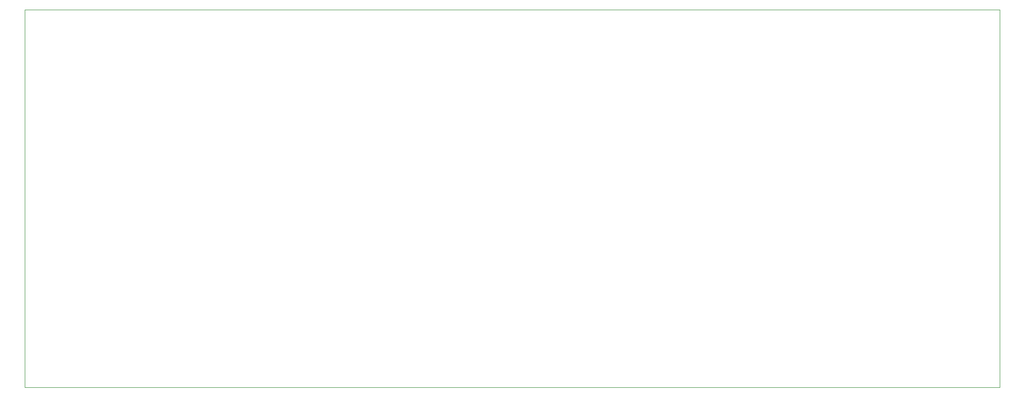
<source format=gbr>
G04 #@! TF.FileFunction,Profile,NP*
%FSLAX46Y46*%
G04 Gerber Fmt 4.6, Leading zero omitted, Abs format (unit mm)*
G04 Created by KiCad (PCBNEW no-vcs-found-product) date Mon 12 Oct 2015 08:57:33 AM BRT*
%MOMM*%
G01*
G04 APERTURE LIST*
%ADD10C,0.100000*%
G04 APERTURE END LIST*
D10*
X-3508494Y3504902D02*
X-3508494Y-62433307D01*
X166491508Y-62433307D02*
X166491508Y3504902D01*
X166491508Y3504902D02*
X-3508494Y3504902D01*
X-3508494Y-62433307D02*
X166491508Y-62433307D01*
M02*

</source>
